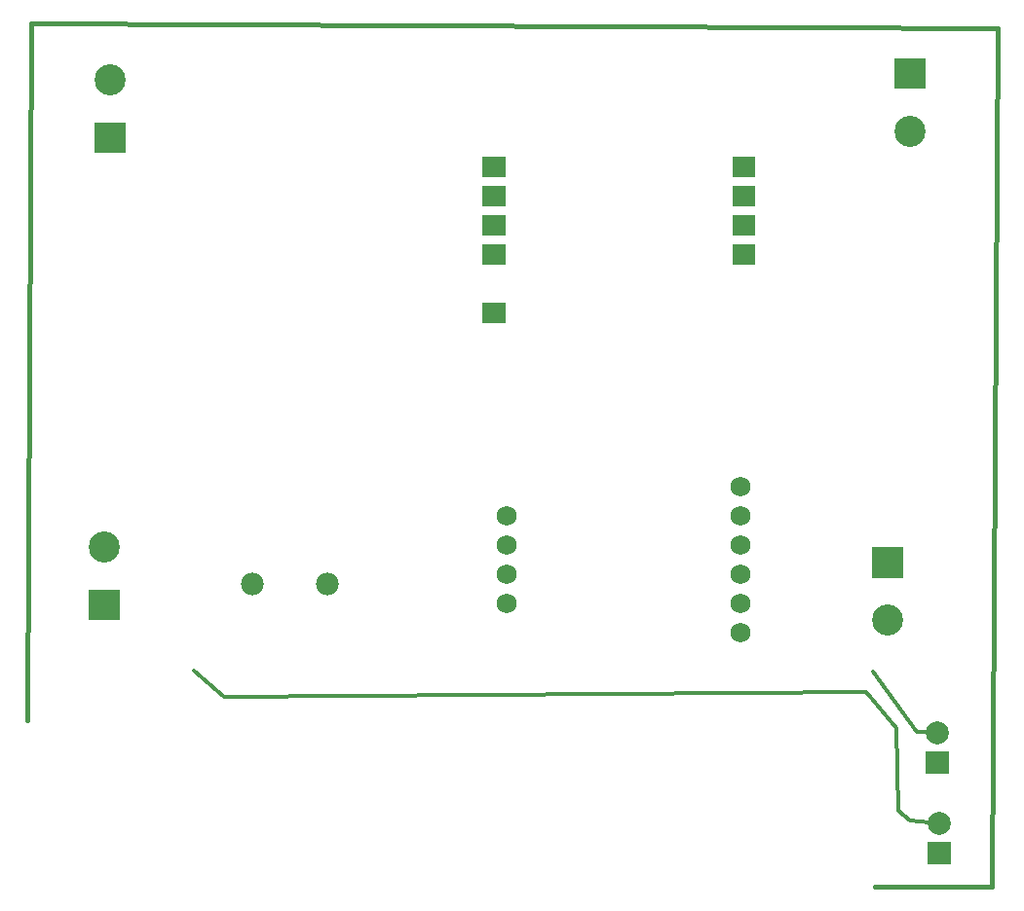
<source format=gbs>
G04 Layer: BottomSolderMaskLayer*
G04 EasyEDA v6.4.3, 2020-08-09T00:17:02+05:30*
G04 6b3d8b3936fd40358e4656ce58cb2351,cf4aa5727a6a49518b7f5d996050d5f8,10*
G04 Gerber Generator version 0.2*
G04 Scale: 100 percent, Rotated: No, Reflected: No *
G04 Dimensions in millimeters *
G04 leading zeros omitted , absolute positions ,3 integer and 3 decimal *
%FSLAX33Y33*%
%MOMM*%
G90*
G71D02*

%ADD11C,0.355600*%
%ADD28C,1.981200*%
%ADD30C,1.727200*%
%ADD34C,2.703195*%
%ADD36C,2.003196*%
%ADD38C,0.457200*%

%LPD*%
G54D38*
G01X889Y75057D02*
G01X84836Y74676D01*
G01X84328Y0D01*
G01X75819Y0D01*
G01X74168Y0D01*
G01X508Y14478D02*
G01X889Y75057D01*
G01X508Y14478D02*
G01X889Y75057D01*
G01X889Y75057D02*
G01X84836Y74676D01*
G01X84328Y0D01*
G01X75819Y0D01*
G01X74168Y0D01*
G54D11*
G01X74041Y18669D02*
G01X77851Y13462D01*
G01X77851Y13462D02*
G01X79629Y13335D01*
G01X14986Y18796D02*
G01X17597Y16512D01*
G01X73426Y16929D01*
G01X76052Y13792D01*
G01X76200Y6604D01*
G01X77216Y5715D01*
G01X79756Y5461D01*
G54D28*
G01X20116Y26289D03*
G01X26619Y26289D03*
G36*
G01X40083Y49060D02*
G01X40083Y50761D01*
G01X42085Y50761D01*
G01X42085Y49060D01*
G01X40083Y49060D01*
G37*
G36*
G01X40083Y54140D02*
G01X40083Y55841D01*
G01X42085Y55841D01*
G01X42085Y54140D01*
G01X40083Y54140D01*
G37*
G36*
G01X40083Y56680D02*
G01X40083Y58381D01*
G01X42085Y58381D01*
G01X42085Y56680D01*
G01X40083Y56680D01*
G37*
G36*
G01X40083Y59220D02*
G01X40083Y60921D01*
G01X42085Y60921D01*
G01X42085Y59220D01*
G01X40083Y59220D01*
G37*
G36*
G01X40083Y61760D02*
G01X40083Y63461D01*
G01X42085Y63461D01*
G01X42085Y61760D01*
G01X40083Y61760D01*
G37*
G36*
G01X61800Y54140D02*
G01X61800Y55841D01*
G01X63802Y55841D01*
G01X63802Y54140D01*
G01X61800Y54140D01*
G37*
G36*
G01X61800Y56680D02*
G01X61800Y58381D01*
G01X63802Y58381D01*
G01X63802Y56680D01*
G01X61800Y56680D01*
G37*
G36*
G01X61800Y59220D02*
G01X61800Y60921D01*
G01X63802Y60921D01*
G01X63802Y59220D01*
G01X61800Y59220D01*
G37*
G36*
G01X61800Y61760D02*
G01X61800Y63461D01*
G01X63802Y63461D01*
G01X63802Y61760D01*
G01X61800Y61760D01*
G37*
G54D30*
G01X62484Y22098D03*
G01X62484Y24638D03*
G01X62484Y27178D03*
G01X62484Y29718D03*
G01X62484Y32258D03*
G01X62484Y34798D03*
G01X42164Y32258D03*
G01X42164Y29718D03*
G01X42164Y27178D03*
G01X42164Y24638D03*
G36*
G01X5887Y23159D02*
G01X5887Y25862D01*
G01X8590Y25862D01*
G01X8590Y23159D01*
G01X5887Y23159D01*
G37*
G54D34*
G01X7239Y29510D03*
G36*
G01X73959Y26842D02*
G01X73959Y29545D01*
G01X76662Y29545D01*
G01X76662Y26842D01*
G01X73959Y26842D01*
G37*
G01X75311Y23194D03*
G36*
G01X6395Y63799D02*
G01X6395Y66502D01*
G01X9098Y66502D01*
G01X9098Y63799D01*
G01X6395Y63799D01*
G37*
G01X7747Y70150D03*
G36*
G01X75864Y69387D02*
G01X75864Y72090D01*
G01X78567Y72090D01*
G01X78567Y69387D01*
G01X75864Y69387D01*
G37*
G01X77216Y65739D03*
G54D36*
G01X79756Y5461D03*
G36*
G01X78755Y1920D02*
G01X78755Y3921D01*
G01X80756Y3921D01*
G01X80756Y1920D01*
G01X78755Y1920D01*
G37*
G01X79629Y13335D03*
G36*
G01X78628Y9794D02*
G01X78628Y11795D01*
G01X80629Y11795D01*
G01X80629Y9794D01*
G01X78628Y9794D01*
G37*
M00*
M02*

</source>
